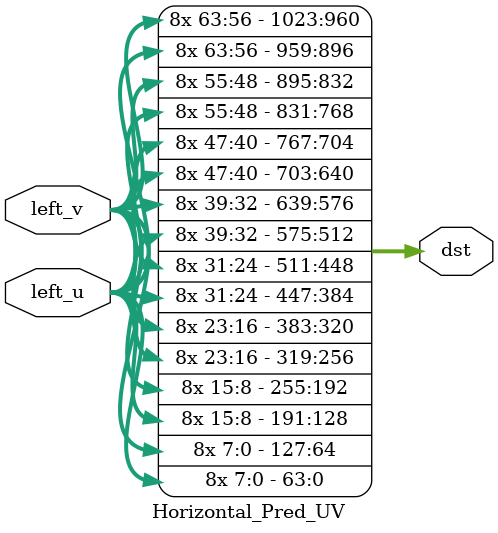
<source format=v>

`timescale 1ns/100ps

module Horizontal_Pred_UV#(
 parameter BIT_WIDTH    = 8
,parameter BLOCK_SIZE   = 8
,parameter UV_SIZE      = 16
)(
 input      [BIT_WIDTH * BLOCK_SIZE - 1 : 0]            left_u
,input      [BIT_WIDTH * BLOCK_SIZE - 1 : 0]            left_v
,output     [BIT_WIDTH * BLOCK_SIZE * UV_SIZE - 1 : 0]  dst
);

genvar i,j;

generate

for(j = 0; j < BLOCK_SIZE; j = j + 1)begin
    for(i = 0; i < BLOCK_SIZE; i = i + 1)begin
        assign dst[(j * UV_SIZE + i) * BIT_WIDTH + 7 : (j * UV_SIZE + i) * BIT_WIDTH] = 
            left_u[j * BIT_WIDTH + 7 : j * BIT_WIDTH];
        assign dst[(j * UV_SIZE + i + 8) * BIT_WIDTH + 7 : (j * UV_SIZE + i + 8) * BIT_WIDTH] = 
            left_v[j * BIT_WIDTH + 7 : j * BIT_WIDTH];
    end
end

endgenerate

endmodule

</source>
